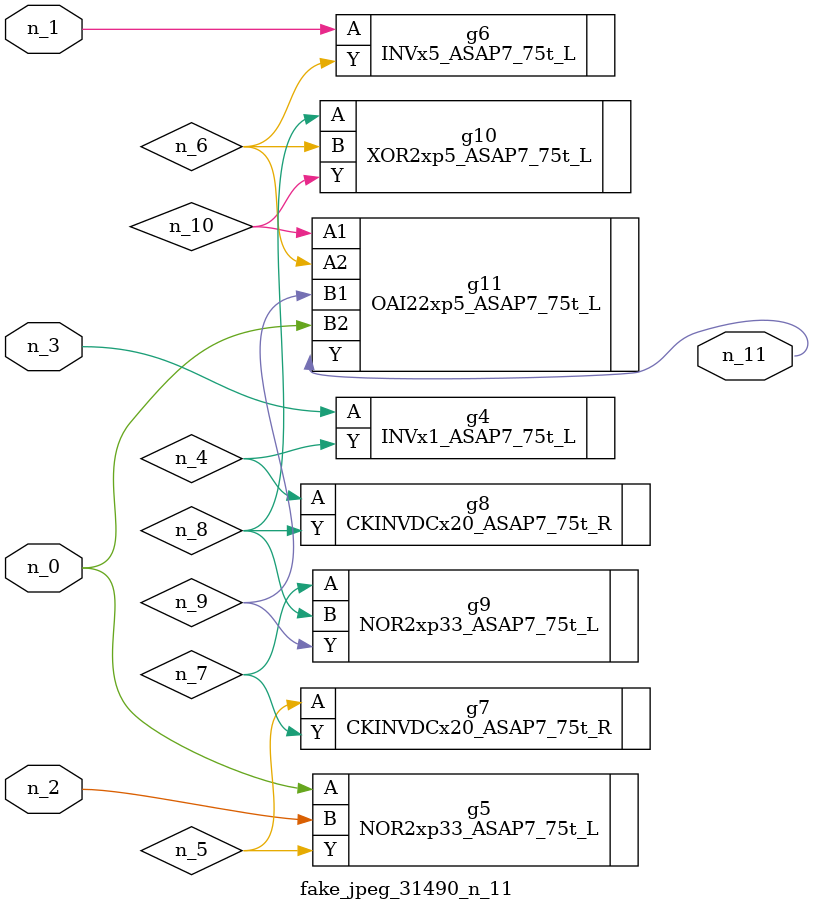
<source format=v>
module fake_jpeg_31490_n_11 (n_0, n_3, n_2, n_1, n_11);

input n_0;
input n_3;
input n_2;
input n_1;

output n_11;

wire n_10;
wire n_4;
wire n_8;
wire n_9;
wire n_6;
wire n_5;
wire n_7;

INVx1_ASAP7_75t_L g4 ( 
.A(n_3),
.Y(n_4)
);

NOR2xp33_ASAP7_75t_L g5 ( 
.A(n_0),
.B(n_2),
.Y(n_5)
);

INVx5_ASAP7_75t_L g6 ( 
.A(n_1),
.Y(n_6)
);

CKINVDCx20_ASAP7_75t_R g7 ( 
.A(n_5),
.Y(n_7)
);

NOR2xp33_ASAP7_75t_L g9 ( 
.A(n_7),
.B(n_8),
.Y(n_9)
);

CKINVDCx20_ASAP7_75t_R g8 ( 
.A(n_4),
.Y(n_8)
);

XOR2xp5_ASAP7_75t_L g10 ( 
.A(n_8),
.B(n_6),
.Y(n_10)
);

OAI22xp5_ASAP7_75t_L g11 ( 
.A1(n_10),
.A2(n_6),
.B1(n_9),
.B2(n_0),
.Y(n_11)
);


endmodule
</source>
